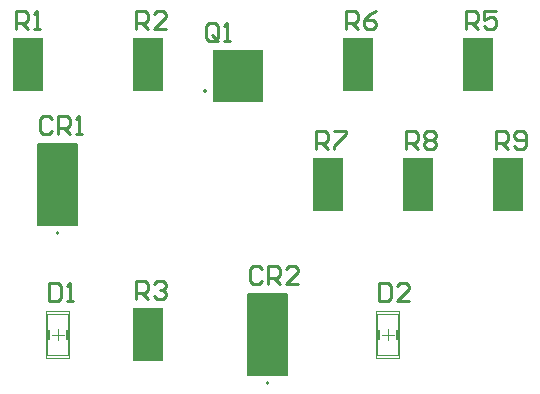
<source format=gto>
G04*
G04 #@! TF.GenerationSoftware,Altium Limited,Altium Designer,22.0.2 (36)*
G04*
G04 Layer_Color=65535*
%FSLAX44Y44*%
%MOMM*%
G71*
G04*
G04 #@! TF.SameCoordinates,7D36B465-A226-4CCE-8017-CD82C348BD42*
G04*
G04*
G04 #@! TF.FilePolarity,Positive*
G04*
G01*
G75*
%ADD10C,0.1524*%
%ADD11C,0.2000*%
%ADD12C,0.2540*%
%ADD13C,0.0000*%
%ADD14C,0.0254*%
%ADD15C,0.1000*%
G36*
X1587360Y586994D02*
X1562240D01*
Y632206D01*
X1587360D01*
Y586994D01*
D02*
G37*
G36*
X1485760D02*
X1460640D01*
Y632206D01*
X1485760D01*
Y586994D01*
D02*
G37*
G36*
X1307960D02*
X1282840D01*
Y632206D01*
X1307960D01*
Y586994D01*
D02*
G37*
G36*
X1206360D02*
X1181240D01*
Y632206D01*
X1206360D01*
Y586994D01*
D02*
G37*
G36*
X1392936Y577596D02*
X1350264D01*
Y622300D01*
X1392936D01*
Y577596D01*
D02*
G37*
G36*
X1612760Y485394D02*
X1587640D01*
Y530606D01*
X1612760D01*
Y485394D01*
D02*
G37*
G36*
X1536560D02*
X1511440D01*
Y530606D01*
X1536560D01*
Y485394D01*
D02*
G37*
G36*
X1460360D02*
X1435240D01*
Y530606D01*
X1460360D01*
Y485394D01*
D02*
G37*
G36*
X1235837Y473456D02*
X1202563D01*
Y542544D01*
X1235837D01*
Y473456D01*
D02*
G37*
G36*
X1307960Y358394D02*
X1282840D01*
Y403606D01*
X1307960D01*
Y358394D01*
D02*
G37*
G36*
X1413637Y346456D02*
X1380363D01*
Y415544D01*
X1413637D01*
Y346456D01*
D02*
G37*
D10*
X1345184Y587502D02*
G03*
X1345184Y587502I-1270J0D01*
G01*
X1219962Y467106D02*
G03*
X1219962Y467106I-762J0D01*
G01*
X1397762Y340106D02*
G03*
X1397762Y340106I-762J0D01*
G01*
X1183780Y601499D02*
Y617701D01*
X1203820Y601499D02*
Y617701D01*
X1355344Y591693D02*
Y608203D01*
X1377721D02*
X1387856D01*
Y591693D02*
Y608203D01*
X1368571Y591693D02*
X1374629D01*
X1355344Y608203D02*
X1365479D01*
X1203833Y531876D02*
X1205713D01*
X1234567Y484124D02*
Y531876D01*
X1232687D02*
X1234567D01*
X1203833Y484124D02*
Y531876D01*
Y484124D02*
X1205713D01*
X1232687D02*
X1234567D01*
X1285380Y601499D02*
Y617701D01*
X1305420Y601499D02*
Y617701D01*
X1564780Y601499D02*
Y617701D01*
X1584820Y601499D02*
Y617701D01*
X1463180Y601499D02*
Y617701D01*
X1483220Y601499D02*
Y617701D01*
X1590180Y499899D02*
Y516101D01*
X1610220Y499899D02*
Y516101D01*
X1513980Y499899D02*
Y516101D01*
X1534020Y499899D02*
Y516101D01*
X1437780Y499899D02*
Y516101D01*
X1457820Y499899D02*
Y516101D01*
X1381633Y404876D02*
X1383513D01*
X1412367Y357124D02*
Y404876D01*
X1410487D02*
X1412367D01*
X1381633Y357124D02*
Y404876D01*
Y357124D02*
X1383513D01*
X1410487D02*
X1412367D01*
X1285380Y372899D02*
Y389101D01*
X1305420Y372899D02*
Y389101D01*
X1205090Y588264D02*
Y630936D01*
X1182510D02*
X1205090D01*
X1182510Y588264D02*
Y630936D01*
Y588264D02*
X1205090D01*
X1357116Y581406D02*
X1386084D01*
X1357116D02*
Y590423D01*
X1386084Y581406D02*
Y590423D01*
X1354074D02*
X1357116D01*
X1386084D02*
X1389126D01*
Y609473D01*
X1376934D02*
X1389126D01*
X1376934D02*
Y618490D01*
X1366266D02*
X1376934D01*
X1366266Y609473D02*
Y618490D01*
X1354074Y609473D02*
X1366266D01*
X1354074Y590423D02*
Y609473D01*
X1202563Y473456D02*
X1235837D01*
X1202563D02*
Y542544D01*
X1235837D01*
Y473456D02*
Y542544D01*
X1306690Y588264D02*
Y630936D01*
X1284110D02*
X1306690D01*
X1284110Y588264D02*
Y630936D01*
Y588264D02*
X1306690D01*
X1586090D02*
Y630936D01*
X1563510D02*
X1586090D01*
X1563510Y588264D02*
Y630936D01*
Y588264D02*
X1586090D01*
X1484490D02*
Y630936D01*
X1461910D02*
X1484490D01*
X1461910Y588264D02*
Y630936D01*
Y588264D02*
X1484490D01*
X1611490Y486664D02*
Y529336D01*
X1588910D02*
X1611490D01*
X1588910Y486664D02*
Y529336D01*
Y486664D02*
X1611490D01*
X1535290D02*
Y529336D01*
X1512710D02*
X1535290D01*
X1512710Y486664D02*
Y529336D01*
Y486664D02*
X1535290D01*
X1459090D02*
Y529336D01*
X1436510D02*
X1459090D01*
X1436510Y486664D02*
Y529336D01*
Y486664D02*
X1459090D01*
X1380363Y346456D02*
X1413637D01*
X1380363D02*
Y415544D01*
X1413637D01*
Y346456D02*
Y415544D01*
X1306690Y359664D02*
Y402336D01*
X1284110D02*
X1306690D01*
X1284110Y359664D02*
Y402336D01*
Y359664D02*
X1306690D01*
D11*
X1226700Y377000D02*
Y385000D01*
X1211700Y377000D02*
Y385000D01*
X1506100Y377000D02*
Y385000D01*
X1491100Y377000D02*
Y385000D01*
D12*
X1183894Y639826D02*
Y655061D01*
X1191512D01*
X1194051Y652522D01*
Y647443D01*
X1191512Y644904D01*
X1183894D01*
X1188972D02*
X1194051Y639826D01*
X1199129D02*
X1204207D01*
X1201668D01*
Y655061D01*
X1199129Y652522D01*
X1354579Y632459D02*
Y642616D01*
X1352039Y645155D01*
X1346961D01*
X1344422Y642616D01*
Y632459D01*
X1346961Y629920D01*
X1352039D01*
X1349500Y634998D02*
X1354579Y629920D01*
X1352039D02*
X1354579Y632459D01*
X1359657Y629920D02*
X1364735D01*
X1362196D01*
Y645155D01*
X1359657Y642616D01*
X1214625Y563622D02*
X1212085Y566161D01*
X1207007D01*
X1204468Y563622D01*
Y553465D01*
X1207007Y550926D01*
X1212085D01*
X1214625Y553465D01*
X1219703Y550926D02*
Y566161D01*
X1227321D01*
X1229860Y563622D01*
Y558544D01*
X1227321Y556004D01*
X1219703D01*
X1224781D02*
X1229860Y550926D01*
X1234938D02*
X1240016D01*
X1237477D01*
Y566161D01*
X1234938Y563622D01*
X1285494Y639826D02*
Y655061D01*
X1293112D01*
X1295651Y652522D01*
Y647443D01*
X1293112Y644904D01*
X1285494D01*
X1290572D02*
X1295651Y639826D01*
X1310886D02*
X1300729D01*
X1310886Y649983D01*
Y652522D01*
X1308347Y655061D01*
X1303268D01*
X1300729Y652522D01*
X1564894Y639826D02*
Y655061D01*
X1572511D01*
X1575051Y652522D01*
Y647443D01*
X1572511Y644904D01*
X1564894D01*
X1569972D02*
X1575051Y639826D01*
X1590286Y655061D02*
X1580129D01*
Y647443D01*
X1585207Y649983D01*
X1587747D01*
X1590286Y647443D01*
Y642365D01*
X1587747Y639826D01*
X1582668D01*
X1580129Y642365D01*
X1463294Y639826D02*
Y655061D01*
X1470912D01*
X1473451Y652522D01*
Y647443D01*
X1470912Y644904D01*
X1463294D01*
X1468372D02*
X1473451Y639826D01*
X1488686Y655061D02*
X1483607Y652522D01*
X1478529Y647443D01*
Y642365D01*
X1481068Y639826D01*
X1486147D01*
X1488686Y642365D01*
Y644904D01*
X1486147Y647443D01*
X1478529D01*
X1211834Y424429D02*
Y409194D01*
X1219452D01*
X1221991Y411733D01*
Y421890D01*
X1219452Y424429D01*
X1211834D01*
X1227069Y409194D02*
X1232147D01*
X1229608D01*
Y424429D01*
X1227069Y421890D01*
X1491234Y424429D02*
Y409194D01*
X1498851D01*
X1501391Y411733D01*
Y421890D01*
X1498851Y424429D01*
X1491234D01*
X1516626Y409194D02*
X1506469D01*
X1516626Y419351D01*
Y421890D01*
X1514087Y424429D01*
X1509008D01*
X1506469Y421890D01*
X1590294Y538226D02*
Y553461D01*
X1597912D01*
X1600451Y550922D01*
Y545844D01*
X1597912Y543304D01*
X1590294D01*
X1595372D02*
X1600451Y538226D01*
X1605529Y540765D02*
X1608068Y538226D01*
X1613147D01*
X1615686Y540765D01*
Y550922D01*
X1613147Y553461D01*
X1608068D01*
X1605529Y550922D01*
Y548383D01*
X1608068Y545844D01*
X1615686D01*
X1514094Y538226D02*
Y553461D01*
X1521711D01*
X1524251Y550922D01*
Y545844D01*
X1521711Y543304D01*
X1514094D01*
X1519172D02*
X1524251Y538226D01*
X1529329Y550922D02*
X1531868Y553461D01*
X1536947D01*
X1539486Y550922D01*
Y548383D01*
X1536947Y545844D01*
X1539486Y543304D01*
Y540765D01*
X1536947Y538226D01*
X1531868D01*
X1529329Y540765D01*
Y543304D01*
X1531868Y545844D01*
X1529329Y548383D01*
Y550922D01*
X1531868Y545844D02*
X1536947D01*
X1437894Y538226D02*
Y553461D01*
X1445511D01*
X1448051Y550922D01*
Y545844D01*
X1445511Y543304D01*
X1437894D01*
X1442972D02*
X1448051Y538226D01*
X1453129Y553461D02*
X1463286D01*
Y550922D01*
X1453129Y540765D01*
Y538226D01*
X1392425Y436622D02*
X1389886Y439161D01*
X1384807D01*
X1382268Y436622D01*
Y426465D01*
X1384807Y423926D01*
X1389886D01*
X1392425Y426465D01*
X1397503Y423926D02*
Y439161D01*
X1405121D01*
X1407660Y436622D01*
Y431544D01*
X1405121Y429004D01*
X1397503D01*
X1402581D02*
X1407660Y423926D01*
X1422895D02*
X1412738D01*
X1422895Y434083D01*
Y436622D01*
X1420356Y439161D01*
X1415277D01*
X1412738Y436622D01*
X1285494Y411226D02*
Y426461D01*
X1293112D01*
X1295651Y423922D01*
Y418843D01*
X1293112Y416304D01*
X1285494D01*
X1290572D02*
X1295651Y411226D01*
X1300729Y423922D02*
X1303268Y426461D01*
X1308347D01*
X1310886Y423922D01*
Y421383D01*
X1308347Y418843D01*
X1305807D01*
X1308347D01*
X1310886Y416304D01*
Y413765D01*
X1308347Y411226D01*
X1303268D01*
X1300729Y413765D01*
D13*
X1360424Y595503D02*
G03*
X1360424Y595503I-1270J0D01*
G01*
X1219962Y485394D02*
G03*
X1219962Y485394I-762J0D01*
G01*
X1397762Y358394D02*
G03*
X1397762Y358394I-762J0D01*
G01*
D14*
X1185050Y592836D02*
X1202550D01*
X1185050D02*
Y626364D01*
X1202550D01*
Y592836D02*
Y626364D01*
X1185050Y620776D02*
Y626364D01*
X1202550D01*
Y620776D02*
Y626364D01*
X1185050Y620776D02*
X1202550D01*
Y592836D02*
Y598424D01*
X1185050Y592836D02*
X1202550D01*
X1185050D02*
Y598424D01*
X1202550D01*
X1356614Y592963D02*
Y606933D01*
X1386586D01*
Y592963D02*
Y606933D01*
X1356614Y592963D02*
X1386586D01*
X1369060Y606933D02*
Y612394D01*
X1374140D01*
Y606933D02*
Y612394D01*
X1369060Y606933D02*
X1374140D01*
X1383290Y587502D02*
Y592963D01*
X1378210Y587502D02*
X1383290D01*
X1378210D02*
Y592963D01*
X1383290D01*
X1364990Y587502D02*
Y592963D01*
X1359910Y587502D02*
X1364990D01*
X1359910D02*
Y592963D01*
X1364990D01*
X1209294Y485394D02*
X1229106D01*
X1209294Y479552D02*
Y485394D01*
Y479552D02*
X1229106D01*
Y485394D01*
X1209294Y530606D02*
X1229106D01*
Y536448D01*
X1209294D02*
X1229106D01*
X1209294Y530606D02*
Y536448D01*
X1205103Y492443D02*
X1212151Y485394D01*
X1226248D02*
X1233297Y492443D01*
Y485394D02*
Y530606D01*
X1205103D02*
X1233297D01*
X1205103Y485394D02*
Y530606D01*
Y485394D02*
X1233297D01*
X1286650Y592836D02*
X1304150D01*
X1286650D02*
Y626364D01*
X1304150D01*
Y592836D02*
Y626364D01*
X1286650Y620776D02*
Y626364D01*
X1304150D01*
Y620776D02*
Y626364D01*
X1286650Y620776D02*
X1304150D01*
Y592836D02*
Y598424D01*
X1286650Y592836D02*
X1304150D01*
X1286650D02*
Y598424D01*
X1304150D01*
X1566050Y592836D02*
X1583550D01*
X1566050D02*
Y626364D01*
X1583550D01*
Y592836D02*
Y626364D01*
X1566050Y620776D02*
Y626364D01*
X1583550D01*
Y620776D02*
Y626364D01*
X1566050Y620776D02*
X1583550D01*
Y592836D02*
Y598424D01*
X1566050Y592836D02*
X1583550D01*
X1566050D02*
Y598424D01*
X1583550D01*
X1464450Y592836D02*
X1481950D01*
X1464450D02*
Y626364D01*
X1481950D01*
Y592836D02*
Y626364D01*
X1464450Y620776D02*
Y626364D01*
X1481950D01*
Y620776D02*
Y626364D01*
X1464450Y620776D02*
X1481950D01*
Y592836D02*
Y598424D01*
X1464450Y592836D02*
X1481950D01*
X1464450D02*
Y598424D01*
X1481950D01*
X1591450Y491236D02*
X1608950D01*
X1591450D02*
Y524764D01*
X1608950D01*
Y491236D02*
Y524764D01*
X1591450Y519176D02*
Y524764D01*
X1608950D01*
Y519176D02*
Y524764D01*
X1591450Y519176D02*
X1608950D01*
Y491236D02*
Y496824D01*
X1591450Y491236D02*
X1608950D01*
X1591450D02*
Y496824D01*
X1608950D01*
X1515250Y491236D02*
X1532750D01*
X1515250D02*
Y524764D01*
X1532750D01*
Y491236D02*
Y524764D01*
X1515250Y519176D02*
Y524764D01*
X1532750D01*
Y519176D02*
Y524764D01*
X1515250Y519176D02*
X1532750D01*
Y491236D02*
Y496824D01*
X1515250Y491236D02*
X1532750D01*
X1515250D02*
Y496824D01*
X1532750D01*
X1439050Y491236D02*
X1456550D01*
X1439050D02*
Y524764D01*
X1456550D01*
Y491236D02*
Y524764D01*
X1439050Y519176D02*
Y524764D01*
X1456550D01*
Y519176D02*
Y524764D01*
X1439050Y519176D02*
X1456550D01*
Y491236D02*
Y496824D01*
X1439050Y491236D02*
X1456550D01*
X1439050D02*
Y496824D01*
X1456550D01*
X1387094Y358394D02*
X1406906D01*
X1387094Y352552D02*
Y358394D01*
Y352552D02*
X1406906D01*
Y358394D01*
X1387094Y403606D02*
X1406906D01*
Y409448D01*
X1387094D02*
X1406906D01*
X1387094Y403606D02*
Y409448D01*
X1382903Y365443D02*
X1389951Y358394D01*
X1404048D02*
X1411097Y365443D01*
Y358394D02*
Y403606D01*
X1382903D02*
X1411097D01*
X1382903Y358394D02*
Y403606D01*
Y358394D02*
X1411097D01*
X1286650Y364236D02*
X1304150D01*
X1286650D02*
Y397764D01*
X1304150D01*
Y364236D02*
Y397764D01*
X1286650Y392176D02*
Y397764D01*
X1304150D01*
Y392176D02*
Y397764D01*
X1286650Y392176D02*
X1304150D01*
Y364236D02*
Y369824D01*
X1286650Y364236D02*
X1304150D01*
X1286650D02*
Y369824D01*
X1304150D01*
D15*
X1228200Y364000D02*
Y398000D01*
X1210200Y364000D02*
Y398000D01*
X1228200D01*
X1210200Y364000D02*
X1228200D01*
X1507600D02*
Y398000D01*
X1489600Y364000D02*
Y398000D01*
X1507600D01*
X1489600Y364000D02*
X1507600D01*
X1214200Y381000D02*
X1224200D01*
X1219200Y376000D02*
Y386000D01*
X1228700Y361000D02*
Y401000D01*
X1209700Y361000D02*
Y401000D01*
X1228700D01*
X1209700Y361000D02*
X1228700D01*
X1493600Y381000D02*
X1503600D01*
X1498600Y376000D02*
Y386000D01*
X1508100Y361000D02*
Y401000D01*
X1489100Y361000D02*
Y401000D01*
X1508100D01*
X1489100Y361000D02*
X1508100D01*
M02*

</source>
